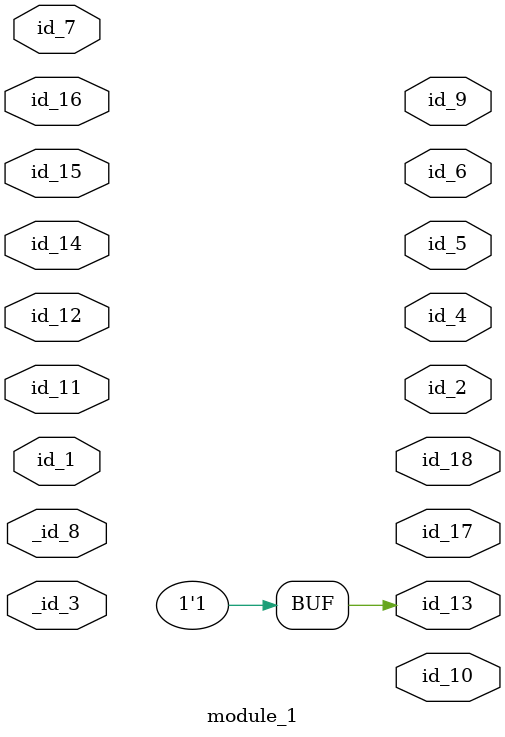
<source format=v>
module module_0 ();
  wire  id_1  ,  id_2  ,  id_3  ,  id_4  ,  id_5  ,  id_6  ,  id_7  ,  id_8  ,  id_9  ,  id_10  ,  id_11  ,  id_12  ,  id_13  ,  id_14  ,  id_15  ,  id_16  ,  id_17  ,  id_18  ,  id_19  ,  id_20  ,  id_21  ,  id_22  ,  id_23  ,  id_24  ,  id_25  ,  id_26  ,  id_27  ,  id_28  ,  id_29  ,  id_30  ,  id_31  ,  id_32  ;
  assign id_2 = !1;
endmodule
module module_1 #(
    parameter id_3 = 32'd8,
    parameter id_8 = 32'd93
) (
    id_1,
    id_2,
    _id_3,
    id_4,
    id_5,
    id_6,
    id_7,
    _id_8,
    id_9,
    id_10,
    id_11,
    id_12,
    id_13,
    id_14,
    id_15,
    id_16,
    id_17,
    id_18
);
  output wire id_18;
  output wire id_17;
  inout wire id_16;
  inout wire id_15;
  inout wire id_14;
  output wand id_13;
  inout wire id_12;
  input wire id_11;
  module_0 modCall_1 ();
  output wire id_10;
  output wire id_9;
  inout wire _id_8;
  input wire id_7;
  output wire id_6;
  output wire id_5;
  output wire id_4;
  inout wire _id_3;
  output wire id_2;
  input wire id_1;
  assign id_13 = (-1);
  wire [id_3  +  ~  id_8 : id_3] id_19;
  wire id_20;
endmodule

</source>
